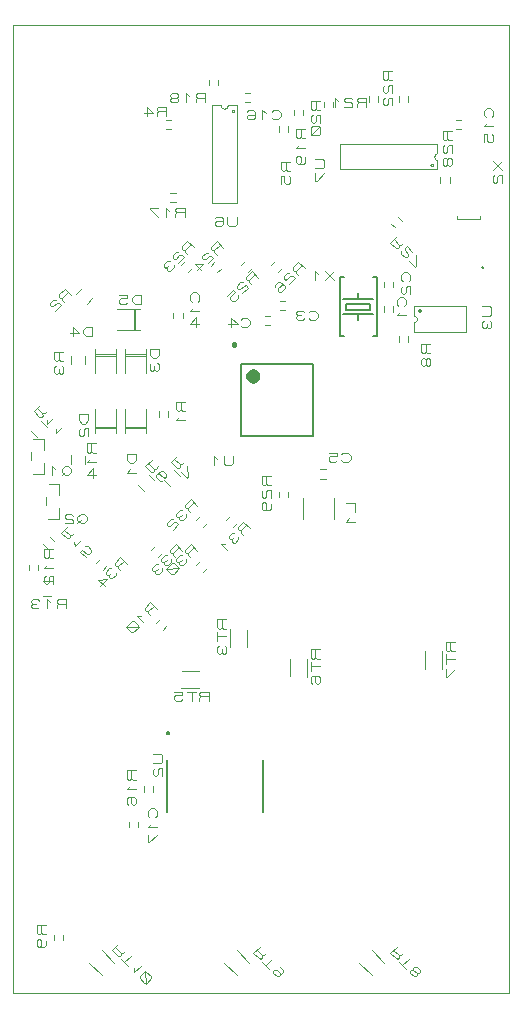
<source format=gbr>
G04 PROTEUS GERBER X2 FILE*
%TF.GenerationSoftware,Labcenter,Proteus,8.16-SP3-Build36097*%
%TF.CreationDate,2024-05-04T02:13:19+00:00*%
%TF.FileFunction,Legend,Bot*%
%TF.FilePolarity,Positive*%
%TF.Part,Single*%
%TF.SameCoordinates,{03efdd39-6268-421f-b844-547f2104f690}*%
%FSLAX45Y45*%
%MOMM*%
G01*
%TA.AperFunction,Material*%
%ADD56C,0.200000*%
%ADD59C,0.600000*%
%ADD57C,0.250000*%
%ADD54C,0.101600*%
%ADD55C,0.127000*%
%TA.AperFunction,Profile*%
%ADD34C,0.101600*%
%TA.AperFunction,Material*%
%ADD53C,0.100000*%
%TD.AperFunction*%
D56*
X+463698Y+875226D02*
X+463698Y+265226D01*
X-146302Y+265226D01*
X-146302Y+875226D01*
X+463698Y+875226D01*
D59*
X-16302Y+775226D02*
X-16405Y+777715D01*
X-17247Y+782695D01*
X-19007Y+787675D01*
X-21884Y+792655D01*
X-26285Y+797571D01*
X-31265Y+801185D01*
X-36245Y+803490D01*
X-41225Y+804793D01*
X-46205Y+805226D01*
X-46302Y+805226D01*
X-76302Y+775226D02*
X-76199Y+777715D01*
X-75357Y+782695D01*
X-73597Y+787675D01*
X-70720Y+792655D01*
X-66319Y+797571D01*
X-61339Y+801185D01*
X-56359Y+803490D01*
X-51379Y+804793D01*
X-46399Y+805226D01*
X-46302Y+805226D01*
X-76302Y+775226D02*
X-76199Y+772737D01*
X-75357Y+767757D01*
X-73597Y+762777D01*
X-70720Y+757797D01*
X-66319Y+752881D01*
X-61339Y+749267D01*
X-56359Y+746962D01*
X-51379Y+745659D01*
X-46399Y+745226D01*
X-46302Y+745226D01*
X-16302Y+775226D02*
X-16405Y+772737D01*
X-17247Y+767757D01*
X-19007Y+762777D01*
X-21884Y+757797D01*
X-26285Y+752881D01*
X-31265Y+749267D01*
X-36245Y+746962D01*
X-41225Y+745659D01*
X-46205Y+745226D01*
X-46302Y+745226D01*
D57*
X-193802Y+1040226D02*
X-193845Y+1041265D01*
X-194197Y+1043344D01*
X-194934Y+1045423D01*
X-196138Y+1047502D01*
X-197979Y+1049552D01*
X-200058Y+1051055D01*
X-202137Y+1052012D01*
X-204216Y+1052551D01*
X-206295Y+1052726D01*
X-206302Y+1052726D01*
X-218802Y+1040226D02*
X-218759Y+1041265D01*
X-218407Y+1043344D01*
X-217670Y+1045423D01*
X-216466Y+1047502D01*
X-214625Y+1049552D01*
X-212546Y+1051055D01*
X-210467Y+1052012D01*
X-208388Y+1052551D01*
X-206309Y+1052726D01*
X-206302Y+1052726D01*
X-218802Y+1040226D02*
X-218759Y+1039187D01*
X-218407Y+1037108D01*
X-217670Y+1035029D01*
X-216466Y+1032950D01*
X-214625Y+1030900D01*
X-212546Y+1029397D01*
X-210467Y+1028440D01*
X-208388Y+1027901D01*
X-206309Y+1027726D01*
X-206302Y+1027726D01*
X-193802Y+1040226D02*
X-193845Y+1039187D01*
X-194197Y+1037108D01*
X-194934Y+1035029D01*
X-196138Y+1032950D01*
X-197979Y+1030900D01*
X-200058Y+1029397D01*
X-202137Y+1028440D01*
X-204216Y+1027901D01*
X-206295Y+1027726D01*
X-206302Y+1027726D01*
D54*
X-214682Y+100326D02*
X-214682Y+36826D01*
X-228017Y+24126D01*
X-281357Y+24126D01*
X-294692Y+36826D01*
X-294692Y+100326D01*
X-348032Y+74926D02*
X-374702Y+100326D01*
X-374702Y+24126D01*
X+100918Y+1285866D02*
X+55198Y+1285866D01*
X+100918Y+1204586D02*
X+55198Y+1204586D01*
X-149272Y+1202046D02*
X-135937Y+1189346D01*
X-95932Y+1189346D01*
X-69262Y+1214746D01*
X-69262Y+1240146D01*
X-95932Y+1265546D01*
X-135937Y+1265546D01*
X-149272Y+1252846D01*
X-255952Y+1214746D02*
X-175942Y+1214746D01*
X-229282Y+1265546D01*
X-229282Y+1189346D01*
X+525780Y-96676D02*
X+571500Y-96676D01*
X+525780Y-15396D02*
X+571500Y-15396D01*
X+702310Y+63344D02*
X+715645Y+50644D01*
X+755650Y+50644D01*
X+782320Y+76044D01*
X+782320Y+101444D01*
X+755650Y+126844D01*
X+715645Y+126844D01*
X+702310Y+114144D01*
X+595630Y+126844D02*
X+662305Y+126844D01*
X+662305Y+101444D01*
X+608965Y+101444D01*
X+595630Y+88744D01*
X+595630Y+63344D01*
X+608965Y+50644D01*
X+648970Y+50644D01*
X+662305Y+63344D01*
X+637540Y-434340D02*
X+637540Y-256540D01*
X+378460Y-434340D02*
X+378460Y-256540D01*
X+739140Y-297510D02*
X+815340Y-297510D01*
X+815340Y-377520D01*
X+764540Y-430860D02*
X+739140Y-457530D01*
X+815340Y-457530D01*
X+182198Y+1331586D02*
X+227918Y+1331586D01*
X+182198Y+1412866D02*
X+227918Y+1412866D01*
X+427996Y+1266083D02*
X+441331Y+1253383D01*
X+481336Y+1253383D01*
X+508006Y+1278783D01*
X+508006Y+1304183D01*
X+481336Y+1329583D01*
X+441331Y+1329583D01*
X+427996Y+1316883D01*
X+387991Y+1316883D02*
X+374656Y+1329583D01*
X+334651Y+1329583D01*
X+321316Y+1316883D01*
X+321316Y+1304183D01*
X+334651Y+1291483D01*
X+321316Y+1278783D01*
X+321316Y+1266083D01*
X+334651Y+1253383D01*
X+374656Y+1253383D01*
X+387991Y+1266083D01*
X+361321Y+1291483D02*
X+334651Y+1291483D01*
X+1143338Y+1318105D02*
X+1143338Y+1363825D01*
X+1062058Y+1318105D02*
X+1062058Y+1363825D01*
X+1237318Y+1367635D02*
X+1250018Y+1380970D01*
X+1250018Y+1420975D01*
X+1224618Y+1447645D01*
X+1199218Y+1447645D01*
X+1173818Y+1420975D01*
X+1173818Y+1380970D01*
X+1186518Y+1367635D01*
X+1199218Y+1314295D02*
X+1173818Y+1287625D01*
X+1250018Y+1287625D01*
X+1062058Y+1572105D02*
X+1062058Y+1526385D01*
X+1143338Y+1572105D02*
X+1143338Y+1526385D01*
X+1272878Y+1575915D02*
X+1285578Y+1589250D01*
X+1285578Y+1629255D01*
X+1260178Y+1655925D01*
X+1234778Y+1655925D01*
X+1209378Y+1629255D01*
X+1209378Y+1589250D01*
X+1222078Y+1575915D01*
X+1222078Y+1535910D02*
X+1209378Y+1522575D01*
X+1209378Y+1482570D01*
X+1222078Y+1469235D01*
X+1234778Y+1469235D01*
X+1247478Y+1482570D01*
X+1247478Y+1522575D01*
X+1260178Y+1535910D01*
X+1285578Y+1535910D01*
X+1285578Y+1469235D01*
D55*
X+687698Y+1612326D02*
X+727698Y+1612326D01*
X+967698Y+1612326D02*
X+1007698Y+1612326D01*
X+1007698Y+1112326D01*
X+967698Y+1112326D01*
X+727698Y+1112326D02*
X+687698Y+1112326D01*
X+687698Y+1612326D01*
X+746098Y+1387726D02*
X+949298Y+1387726D01*
X+949298Y+1336926D01*
X+746098Y+1336926D01*
X+746098Y+1387726D01*
X+720698Y+1425826D02*
X+847698Y+1425826D01*
X+974698Y+1425826D01*
X+720698Y+1298826D02*
X+847698Y+1298826D01*
X+974698Y+1298826D01*
X+847698Y+1425826D02*
X+847698Y+1476626D01*
X+847698Y+1298826D02*
X+847698Y+1248026D01*
D54*
X+640878Y+1662426D02*
X+560868Y+1586226D01*
X+640878Y+1586226D02*
X+560868Y+1662426D01*
X+507528Y+1637026D02*
X+480858Y+1662426D01*
X+480858Y+1586226D01*
X+1314505Y+1365378D02*
X+1314505Y+1284416D01*
X+1325126Y+1282334D01*
X+1333692Y+1276614D01*
X+1339411Y+1268049D01*
X+1341493Y+1257428D01*
X+1314505Y+1230440D02*
X+1325126Y+1232522D01*
X+1333692Y+1238242D01*
X+1339411Y+1246807D01*
X+1341493Y+1257428D01*
X+1314505Y+1230440D02*
X+1314505Y+1149478D01*
X+1761545Y+1289178D02*
X+1761545Y+1225678D01*
X+1347525Y+1365378D02*
X+1728525Y+1365378D01*
X+1347525Y+1149478D02*
X+1728525Y+1149478D01*
X+1347525Y+1365378D02*
X+1314505Y+1365378D01*
X+1314505Y+1149478D02*
X+1347525Y+1149478D01*
X+1761545Y+1225678D02*
X+1761545Y+1149478D01*
X+1728525Y+1149478D01*
X+1728525Y+1365378D02*
X+1761545Y+1365378D01*
X+1761545Y+1289178D01*
X+1373941Y+1329818D02*
X+1373906Y+1330663D01*
X+1373619Y+1332354D01*
X+1373020Y+1334045D01*
X+1372040Y+1335736D01*
X+1370540Y+1337404D01*
X+1368849Y+1338624D01*
X+1367158Y+1339400D01*
X+1365467Y+1339837D01*
X+1363781Y+1339978D01*
X+1353621Y+1329818D02*
X+1353656Y+1330663D01*
X+1353943Y+1332354D01*
X+1354542Y+1334045D01*
X+1355522Y+1335736D01*
X+1357022Y+1337404D01*
X+1358713Y+1338624D01*
X+1360404Y+1339400D01*
X+1362095Y+1339837D01*
X+1363781Y+1339978D01*
X+1353621Y+1329818D02*
X+1353656Y+1328973D01*
X+1353943Y+1327282D01*
X+1354542Y+1325591D01*
X+1355522Y+1323900D01*
X+1357022Y+1322232D01*
X+1358713Y+1321012D01*
X+1360404Y+1320236D01*
X+1362095Y+1319799D01*
X+1363781Y+1319658D01*
X+1373941Y+1329818D02*
X+1373906Y+1328973D01*
X+1373619Y+1327282D01*
X+1373020Y+1325591D01*
X+1372040Y+1323900D01*
X+1370540Y+1322232D01*
X+1368849Y+1321012D01*
X+1367158Y+1320236D01*
X+1365467Y+1319799D01*
X+1363781Y+1319658D01*
X+1893625Y+1364108D02*
X+1957125Y+1364108D01*
X+1969825Y+1350773D01*
X+1969825Y+1297433D01*
X+1957125Y+1284098D01*
X+1893625Y+1284098D01*
X+1906325Y+1244093D02*
X+1893625Y+1230758D01*
X+1893625Y+1190753D01*
X+1906325Y+1177418D01*
X+1919025Y+1177418D01*
X+1931725Y+1190753D01*
X+1944425Y+1177418D01*
X+1957125Y+1177418D01*
X+1969825Y+1190753D01*
X+1969825Y+1230758D01*
X+1957125Y+1244093D01*
X+1931725Y+1217423D02*
X+1931725Y+1190753D01*
D56*
X-756426Y-2249650D02*
X-756461Y-2248819D01*
X-756742Y-2247155D01*
X-757332Y-2245491D01*
X-758296Y-2243827D01*
X-759771Y-2242186D01*
X-761435Y-2240985D01*
X-763099Y-2240220D01*
X-764763Y-2239789D01*
X-766426Y-2239650D01*
X-776426Y-2249650D02*
X-776391Y-2248819D01*
X-776110Y-2247155D01*
X-775520Y-2245491D01*
X-774556Y-2243827D01*
X-773081Y-2242186D01*
X-771417Y-2240985D01*
X-769753Y-2240220D01*
X-768089Y-2239789D01*
X-766426Y-2239650D01*
X-776426Y-2249650D02*
X-776391Y-2250481D01*
X-776110Y-2252145D01*
X-775520Y-2253809D01*
X-774556Y-2255473D01*
X-773081Y-2257114D01*
X-771417Y-2258315D01*
X-769753Y-2259080D01*
X-768089Y-2259511D01*
X-766426Y-2259650D01*
X-756426Y-2249650D02*
X-756461Y-2250481D01*
X-756742Y-2252145D01*
X-757332Y-2253809D01*
X-758296Y-2255473D01*
X-759771Y-2257114D01*
X-761435Y-2258315D01*
X-763099Y-2259080D01*
X-764763Y-2259511D01*
X-766426Y-2259650D01*
D55*
X-777426Y-2473650D02*
X-777426Y-2913650D01*
X+42574Y-2473650D02*
X+42574Y-2913650D01*
D54*
X-888026Y-2424220D02*
X-824526Y-2424220D01*
X-811826Y-2437555D01*
X-811826Y-2490895D01*
X-824526Y-2504230D01*
X-888026Y-2504230D01*
X-875326Y-2544235D02*
X-888026Y-2557570D01*
X-888026Y-2597575D01*
X-875326Y-2610910D01*
X-862626Y-2610910D01*
X-849926Y-2597575D01*
X-849926Y-2557570D01*
X-837226Y-2544235D01*
X-811826Y-2544235D01*
X-811826Y-2610910D01*
X-842942Y+474825D02*
X-842942Y+429105D01*
X-761662Y+474825D02*
X-761662Y+429105D01*
X-619422Y+558645D02*
X-695622Y+558645D01*
X-695622Y+491970D01*
X-682922Y+478635D01*
X-670222Y+478635D01*
X-657522Y+491970D01*
X-657522Y+558645D01*
X-657522Y+491970D02*
X-644822Y+478635D01*
X-619422Y+478635D01*
X-670222Y+425295D02*
X-695622Y+398625D01*
X-619422Y+398625D01*
X-1454473Y+1383908D02*
X-1405980Y+1432402D01*
X-1540684Y+1470119D02*
X-1490394Y+1520408D01*
X-1586863Y+1459862D02*
X-1640744Y+1513743D01*
X-1687890Y+1466597D01*
X-1688339Y+1448187D01*
X-1679359Y+1439207D01*
X-1660950Y+1439656D01*
X-1613803Y+1486802D01*
X-1660950Y+1439656D02*
X-1661399Y+1421246D01*
X-1643438Y+1403286D01*
X-1716627Y+1419900D02*
X-1735037Y+1419451D01*
X-1763324Y+1391163D01*
X-1763773Y+1372753D01*
X-1754793Y+1363773D01*
X-1736384Y+1364222D01*
X-1708096Y+1392510D01*
X-1689686Y+1392959D01*
X-1671726Y+1374998D01*
X-1718872Y+1327852D01*
X-1128302Y+492226D02*
X-1128302Y+292226D01*
X-948302Y+492226D02*
X-948302Y+292226D01*
X-1124662Y+343786D02*
X-949402Y+343786D01*
X-1127202Y+333626D02*
X-951942Y+333626D01*
X-1031782Y+117906D02*
X-1107982Y+117906D01*
X-1107982Y+64566D01*
X-1082582Y+37896D01*
X-1057182Y+37896D01*
X-1031782Y+64566D01*
X-1031782Y+117906D01*
X-1082582Y-15444D02*
X-1107982Y-42114D01*
X-1031782Y-42114D01*
X-1382302Y+492226D02*
X-1382302Y+292226D01*
X-1202302Y+492226D02*
X-1202302Y+292226D01*
X-1378662Y+343786D02*
X-1203402Y+343786D01*
X-1381202Y+333626D02*
X-1205942Y+333626D01*
X-1438893Y+451891D02*
X-1515093Y+451891D01*
X-1515093Y+398551D01*
X-1489693Y+371881D01*
X-1464293Y+371881D01*
X-1438893Y+398551D01*
X-1438893Y+451891D01*
X-1502393Y+331876D02*
X-1515093Y+318541D01*
X-1515093Y+278536D01*
X-1502393Y+265201D01*
X-1489693Y+265201D01*
X-1476993Y+278536D01*
X-1476993Y+318541D01*
X-1464293Y+331876D01*
X-1438893Y+331876D01*
X-1438893Y+265201D01*
X-948302Y+800226D02*
X-948302Y+1000226D01*
X-1128302Y+800226D02*
X-1128302Y+1000226D01*
X-951942Y+948666D02*
X-1127202Y+948666D01*
X-949402Y+958826D02*
X-1124662Y+958826D01*
X-841622Y+1006906D02*
X-917822Y+1006906D01*
X-917822Y+953566D01*
X-892422Y+926896D01*
X-867022Y+926896D01*
X-841622Y+953566D01*
X-841622Y+1006906D01*
X-905122Y+886891D02*
X-917822Y+873556D01*
X-917822Y+833551D01*
X-905122Y+820216D01*
X-892422Y+820216D01*
X-879722Y+833551D01*
X-867022Y+820216D01*
X-854322Y+820216D01*
X-841622Y+833551D01*
X-841622Y+873556D01*
X-854322Y+886891D01*
X-879722Y+860221D02*
X-879722Y+833551D01*
X-1202302Y+800226D02*
X-1202302Y+1000226D01*
X-1382302Y+800226D02*
X-1382302Y+1000226D01*
X-1205942Y+948666D02*
X-1381202Y+948666D01*
X-1203402Y+958826D02*
X-1378662Y+958826D01*
X-1408042Y+1116126D02*
X-1408042Y+1192326D01*
X-1461382Y+1192326D01*
X-1488052Y+1166926D01*
X-1488052Y+1141526D01*
X-1461382Y+1116126D01*
X-1408042Y+1116126D01*
X-1594732Y+1141526D02*
X-1514722Y+1141526D01*
X-1568062Y+1192326D01*
X-1568062Y+1116126D01*
X-722889Y+1311158D02*
X-722889Y+1265438D01*
X-641609Y+1311158D02*
X-641609Y+1265438D01*
X-512069Y+1403868D02*
X-499369Y+1417203D01*
X-499369Y+1457208D01*
X-524769Y+1483878D01*
X-550169Y+1483878D01*
X-575569Y+1457208D01*
X-575569Y+1417203D01*
X-562869Y+1403868D01*
X-550169Y+1350528D02*
X-575569Y+1323858D01*
X-499369Y+1323858D01*
X-524769Y+1190508D02*
X-524769Y+1270518D01*
X-575569Y+1217178D01*
X-499369Y+1217178D01*
X+1213534Y+2090243D02*
X+1181205Y+2122572D01*
X+1156060Y+2032769D02*
X+1123731Y+2065098D01*
X+1171183Y+1959136D02*
X+1117302Y+1905255D01*
X+1164448Y+1858109D01*
X+1182858Y+1857660D01*
X+1191838Y+1866640D01*
X+1191389Y+1885049D01*
X+1144243Y+1932196D01*
X+1191389Y+1885049D02*
X+1209799Y+1884600D01*
X+1227759Y+1902561D01*
X+1211145Y+1829372D02*
X+1211594Y+1810962D01*
X+1239882Y+1782675D01*
X+1258292Y+1782226D01*
X+1267272Y+1791206D01*
X+1266823Y+1809615D01*
X+1238535Y+1837903D01*
X+1238086Y+1856313D01*
X+1256047Y+1874273D01*
X+1303193Y+1827127D01*
X+1277599Y+1744958D02*
X+1324746Y+1697811D01*
X+1333726Y+1706792D01*
X+1331481Y+1798839D01*
X+173058Y+2887825D02*
X+173058Y+2842105D01*
X+254338Y+2887825D02*
X+254338Y+2842105D01*
X+269578Y+2590645D02*
X+193378Y+2590645D01*
X+193378Y+2523970D01*
X+206078Y+2510635D01*
X+218778Y+2510635D01*
X+231478Y+2523970D01*
X+231478Y+2590645D01*
X+231478Y+2523970D02*
X+244178Y+2510635D01*
X+269578Y+2510635D01*
X+193378Y+2403955D02*
X+193378Y+2470630D01*
X+218778Y+2470630D01*
X+218778Y+2417290D01*
X+231478Y+2403955D01*
X+256878Y+2403955D01*
X+269578Y+2417290D01*
X+269578Y+2457295D01*
X+256878Y+2470630D01*
X+1541783Y+2459038D02*
X+1541783Y+2413318D01*
X+1623063Y+2459038D02*
X+1623063Y+2413318D01*
X+1638303Y+2850198D02*
X+1562103Y+2850198D01*
X+1562103Y+2783523D01*
X+1574803Y+2770188D01*
X+1587503Y+2770188D01*
X+1600203Y+2783523D01*
X+1600203Y+2850198D01*
X+1600203Y+2783523D02*
X+1612903Y+2770188D01*
X+1638303Y+2770188D01*
X+1574803Y+2730183D02*
X+1562103Y+2716848D01*
X+1562103Y+2676843D01*
X+1574803Y+2663508D01*
X+1587503Y+2663508D01*
X+1600203Y+2676843D01*
X+1600203Y+2716848D01*
X+1612903Y+2730183D01*
X+1638303Y+2730183D01*
X+1638303Y+2663508D01*
X+1600203Y+2610168D02*
X+1587503Y+2623503D01*
X+1574803Y+2623503D01*
X+1562103Y+2610168D01*
X+1562103Y+2570163D01*
X+1574803Y+2556828D01*
X+1587503Y+2556828D01*
X+1600203Y+2570163D01*
X+1600203Y+2610168D01*
X+1612903Y+2623503D01*
X+1625603Y+2623503D01*
X+1638303Y+2610168D01*
X+1638303Y+2570163D01*
X+1625603Y+2556828D01*
X+1612903Y+2556828D01*
X+1600203Y+2570163D01*
X-621940Y+1746441D02*
X-654269Y+1714112D01*
X-564466Y+1688967D02*
X-596795Y+1656638D01*
X-546506Y+1864980D02*
X-600387Y+1918861D01*
X-647533Y+1871715D01*
X-647982Y+1853305D01*
X-639002Y+1844325D01*
X-620593Y+1844774D01*
X-573446Y+1891920D01*
X-620593Y+1844774D02*
X-621042Y+1826364D01*
X-603081Y+1808404D01*
X-676270Y+1825018D02*
X-694680Y+1824569D01*
X-722967Y+1796281D01*
X-723416Y+1777871D01*
X-714436Y+1768891D01*
X-696027Y+1769340D01*
X-667739Y+1797628D01*
X-649329Y+1798077D01*
X-631369Y+1780116D01*
X-678515Y+1732970D01*
X-751704Y+1749584D02*
X-770114Y+1749135D01*
X-798401Y+1720847D01*
X-798850Y+1702437D01*
X-789870Y+1693457D01*
X-771461Y+1693906D01*
X-771910Y+1675496D01*
X-762929Y+1666516D01*
X-744520Y+1666965D01*
X-716232Y+1695253D01*
X-715783Y+1713662D01*
X-752602Y+1712764D02*
X-771461Y+1693906D01*
X-372808Y+1741573D02*
X-405137Y+1709244D01*
X-315334Y+1684099D02*
X-347663Y+1651770D01*
X-297374Y+1860112D02*
X-351255Y+1913993D01*
X-398401Y+1866847D01*
X-398850Y+1848437D01*
X-389870Y+1839457D01*
X-371461Y+1839906D01*
X-324314Y+1887052D01*
X-371461Y+1839906D02*
X-371910Y+1821496D01*
X-353949Y+1803536D01*
X-427138Y+1820150D02*
X-445548Y+1819701D01*
X-473835Y+1791413D01*
X-474284Y+1773003D01*
X-465304Y+1764023D01*
X-446895Y+1764472D01*
X-418607Y+1792760D01*
X-400197Y+1793209D01*
X-382237Y+1775248D01*
X-429383Y+1728102D01*
X-522778Y+1670628D02*
X-466202Y+1727204D01*
X-539840Y+1725408D01*
X-485959Y+1671526D01*
X-113940Y+1746441D02*
X-146269Y+1714112D01*
X-56466Y+1688967D02*
X-88795Y+1656638D01*
X-3072Y+1608494D02*
X-56953Y+1662375D01*
X-104099Y+1615229D01*
X-104548Y+1596819D01*
X-95568Y+1587839D01*
X-77159Y+1588288D01*
X-30012Y+1635434D01*
X-77159Y+1588288D02*
X-77608Y+1569878D01*
X-59647Y+1551918D01*
X-132836Y+1568532D02*
X-151246Y+1568083D01*
X-179533Y+1539795D01*
X-179982Y+1521385D01*
X-171002Y+1512405D01*
X-152593Y+1512854D01*
X-124305Y+1541142D01*
X-105895Y+1541591D01*
X-87935Y+1523630D01*
X-135081Y+1476484D01*
X-264397Y+1454931D02*
X-217250Y+1502078D01*
X-199290Y+1484117D01*
X-237007Y+1446400D01*
X-237456Y+1427991D01*
X-219495Y+1410030D01*
X-201086Y+1410479D01*
X-172798Y+1438767D01*
X-172349Y+1457176D01*
X+140060Y+1746441D02*
X+107731Y+1714112D01*
X+197534Y+1688967D02*
X+165205Y+1656638D01*
X+392271Y+1688204D02*
X+338390Y+1742085D01*
X+291244Y+1694939D01*
X+290795Y+1676529D01*
X+299775Y+1667549D01*
X+318184Y+1667998D01*
X+365331Y+1715144D01*
X+318184Y+1667998D02*
X+317735Y+1649588D01*
X+335696Y+1631628D01*
X+262507Y+1648242D02*
X+244097Y+1647793D01*
X+215810Y+1619505D01*
X+215361Y+1601095D01*
X+224341Y+1592115D01*
X+242750Y+1592564D01*
X+271038Y+1620852D01*
X+289448Y+1621301D01*
X+307408Y+1603340D01*
X+260262Y+1556194D01*
X+139927Y+1525661D02*
X+140376Y+1544071D01*
X+168663Y+1572359D01*
X+187073Y+1572808D01*
X+222994Y+1536886D01*
X+222545Y+1518477D01*
X+194257Y+1490189D01*
X+175848Y+1489740D01*
X+166867Y+1498720D01*
X+167316Y+1517130D01*
X+205033Y+1554847D01*
X-180002Y+3065625D02*
X-260964Y+3065625D01*
X-263046Y+3055004D01*
X-268766Y+3046438D01*
X-277331Y+3040719D01*
X-287952Y+3038637D01*
X-314940Y+3065625D02*
X-312858Y+3055004D01*
X-307138Y+3046438D01*
X-298573Y+3040719D01*
X-287952Y+3038637D01*
X-314940Y+3065625D02*
X-395902Y+3065625D01*
X-256202Y+2237585D02*
X-319702Y+2237585D01*
X-180002Y+3032605D02*
X-180002Y+2270605D01*
X-395902Y+3032605D02*
X-395902Y+2270605D01*
X-180002Y+3032605D02*
X-180002Y+3065625D01*
X-395902Y+3065625D02*
X-395902Y+3032605D01*
X-319702Y+2237585D02*
X-395902Y+2237585D01*
X-395902Y+2270605D01*
X-180002Y+2270605D02*
X-180002Y+2237585D01*
X-256202Y+2237585D01*
X-205402Y+3016349D02*
X-205437Y+3017194D01*
X-205724Y+3018885D01*
X-206323Y+3020576D01*
X-207303Y+3022267D01*
X-208803Y+3023935D01*
X-210494Y+3025155D01*
X-212185Y+3025931D01*
X-213876Y+3026368D01*
X-215562Y+3026509D01*
X-225722Y+3016349D02*
X-225687Y+3017194D01*
X-225400Y+3018885D01*
X-224801Y+3020576D01*
X-223821Y+3022267D01*
X-222321Y+3023935D01*
X-220630Y+3025155D01*
X-218939Y+3025931D01*
X-217248Y+3026368D01*
X-215562Y+3026509D01*
X-225722Y+3016349D02*
X-225687Y+3015504D01*
X-225400Y+3013813D01*
X-224801Y+3012122D01*
X-223821Y+3010431D01*
X-222321Y+3008763D01*
X-220630Y+3007543D01*
X-218939Y+3006767D01*
X-217248Y+3006330D01*
X-215562Y+3006189D01*
X-205402Y+3016349D02*
X-205437Y+3015504D01*
X-205724Y+3013813D01*
X-206323Y+3012122D01*
X-207303Y+3010431D01*
X-208803Y+3008763D01*
X-210494Y+3007543D01*
X-212185Y+3006767D01*
X-213876Y+3006330D01*
X-215562Y+3006189D01*
X-181272Y+2125505D02*
X-181272Y+2062005D01*
X-194607Y+2049305D01*
X-247947Y+2049305D01*
X-261282Y+2062005D01*
X-261282Y+2125505D01*
X-367962Y+2112805D02*
X-354627Y+2125505D01*
X-314622Y+2125505D01*
X-301287Y+2112805D01*
X-301287Y+2062005D01*
X-314622Y+2049305D01*
X-354627Y+2049305D01*
X-367962Y+2062005D01*
X-367962Y+2074705D01*
X-354627Y+2087405D01*
X-301287Y+2087405D01*
X+1516718Y+2524605D02*
X+1516718Y+2605567D01*
X+1506097Y+2607649D01*
X+1497531Y+2613368D01*
X+1491812Y+2621934D01*
X+1489730Y+2632555D01*
X+1516718Y+2659543D02*
X+1506097Y+2657461D01*
X+1497531Y+2651742D01*
X+1491812Y+2643176D01*
X+1489730Y+2632555D01*
X+1516718Y+2659543D02*
X+1516718Y+2740505D01*
X+688678Y+2600805D02*
X+688678Y+2664305D01*
X+1483698Y+2524605D02*
X+721698Y+2524605D01*
X+1483698Y+2740505D02*
X+721698Y+2740505D01*
X+1483698Y+2524605D02*
X+1516718Y+2524605D01*
X+1516718Y+2740505D02*
X+1483698Y+2740505D01*
X+688678Y+2664305D02*
X+688678Y+2740505D01*
X+721698Y+2740505D01*
X+721698Y+2524605D02*
X+688678Y+2524605D01*
X+688678Y+2600805D01*
X+1477602Y+2560165D02*
X+1477567Y+2561010D01*
X+1477280Y+2562701D01*
X+1476681Y+2564392D01*
X+1475701Y+2566083D01*
X+1474201Y+2567751D01*
X+1472510Y+2568971D01*
X+1470819Y+2569747D01*
X+1469128Y+2570184D01*
X+1467442Y+2570325D01*
X+1457282Y+2560165D02*
X+1457317Y+2561010D01*
X+1457604Y+2562701D01*
X+1458203Y+2564392D01*
X+1459183Y+2566083D01*
X+1460683Y+2567751D01*
X+1462374Y+2568971D01*
X+1464065Y+2569747D01*
X+1465756Y+2570184D01*
X+1467442Y+2570325D01*
X+1457282Y+2560165D02*
X+1457317Y+2559320D01*
X+1457604Y+2557629D01*
X+1458203Y+2555938D01*
X+1459183Y+2554247D01*
X+1460683Y+2552579D01*
X+1462374Y+2551359D01*
X+1464065Y+2550583D01*
X+1465756Y+2550146D01*
X+1467442Y+2550005D01*
X+1477602Y+2560165D02*
X+1477567Y+2559320D01*
X+1477280Y+2557629D01*
X+1476681Y+2555938D01*
X+1475701Y+2554247D01*
X+1474201Y+2552579D01*
X+1472510Y+2551359D01*
X+1470819Y+2550583D01*
X+1469128Y+2550146D01*
X+1467442Y+2550005D01*
X+480398Y+2612235D02*
X+543898Y+2612235D01*
X+556598Y+2598900D01*
X+556598Y+2545560D01*
X+543898Y+2532225D01*
X+480398Y+2532225D01*
X+480398Y+2492220D02*
X+480398Y+2425545D01*
X+493098Y+2425545D01*
X+556598Y+2492220D01*
X+935058Y+3141825D02*
X+935058Y+3096105D01*
X+1016338Y+3141825D02*
X+1016338Y+3096105D01*
X+914874Y+3055797D02*
X+914874Y+3131997D01*
X+848199Y+3131997D01*
X+834864Y+3119297D01*
X+834864Y+3106597D01*
X+848199Y+3093897D01*
X+914874Y+3093897D01*
X+848199Y+3093897D02*
X+834864Y+3081197D01*
X+834864Y+3055797D01*
X+794859Y+3119297D02*
X+781524Y+3131997D01*
X+741519Y+3131997D01*
X+728184Y+3119297D01*
X+728184Y+3106597D01*
X+741519Y+3093897D01*
X+781524Y+3093897D01*
X+794859Y+3081197D01*
X+794859Y+3055797D01*
X+728184Y+3055797D01*
X+674844Y+3106597D02*
X+648174Y+3131997D01*
X+648174Y+3055797D01*
X+1189058Y+3141825D02*
X+1189058Y+3096105D01*
X+1270338Y+3141825D02*
X+1270338Y+3096105D01*
X+1132839Y+3359239D02*
X+1056639Y+3359239D01*
X+1056639Y+3292564D01*
X+1069339Y+3279229D01*
X+1082039Y+3279229D01*
X+1094739Y+3292564D01*
X+1094739Y+3359239D01*
X+1094739Y+3292564D02*
X+1107439Y+3279229D01*
X+1132839Y+3279229D01*
X+1069339Y+3239224D02*
X+1056639Y+3225889D01*
X+1056639Y+3185884D01*
X+1069339Y+3172549D01*
X+1082039Y+3172549D01*
X+1094739Y+3185884D01*
X+1094739Y+3225889D01*
X+1107439Y+3239224D01*
X+1132839Y+3239224D01*
X+1132839Y+3172549D01*
X+1069339Y+3132544D02*
X+1056639Y+3119209D01*
X+1056639Y+3079204D01*
X+1069339Y+3065869D01*
X+1082039Y+3065869D01*
X+1094739Y+3079204D01*
X+1094739Y+3119209D01*
X+1107439Y+3132544D01*
X+1132839Y+3132544D01*
X+1132839Y+3065869D01*
X+1719918Y+2946245D02*
X+1674198Y+2946245D01*
X+1719918Y+2864965D02*
X+1674198Y+2864965D01*
X+1976458Y+2967835D02*
X+1989158Y+2981170D01*
X+1989158Y+3021175D01*
X+1963758Y+3047845D01*
X+1938358Y+3047845D01*
X+1912958Y+3021175D01*
X+1912958Y+2981170D01*
X+1925658Y+2967835D01*
X+1938358Y+2914495D02*
X+1912958Y+2887825D01*
X+1989158Y+2887825D01*
X+1912958Y+2754475D02*
X+1912958Y+2821150D01*
X+1938358Y+2821150D01*
X+1938358Y+2767810D01*
X+1951058Y+2754475D01*
X+1976458Y+2754475D01*
X+1989158Y+2767810D01*
X+1989158Y+2807815D01*
X+1976458Y+2821150D01*
X-70082Y+3172245D02*
X-115802Y+3172245D01*
X-70082Y+3090965D02*
X-115802Y+3090965D01*
X+114068Y+2961425D02*
X+127403Y+2948725D01*
X+167408Y+2948725D01*
X+194078Y+2974125D01*
X+194078Y+2999525D01*
X+167408Y+3024925D01*
X+127403Y+3024925D01*
X+114068Y+3012225D01*
X+60728Y+2999525D02*
X+34058Y+3024925D01*
X+34058Y+2948725D01*
X-99292Y+3012225D02*
X-85957Y+3024925D01*
X-45952Y+3024925D01*
X-32617Y+3012225D01*
X-32617Y+2961425D01*
X-45952Y+2948725D01*
X-85957Y+2948725D01*
X-99292Y+2961425D01*
X-99292Y+2974125D01*
X-85957Y+2986825D01*
X-32617Y+2986825D01*
X-744220Y+2245360D02*
X-698500Y+2245360D01*
X-744220Y+2326640D02*
X-698500Y+2326640D01*
X-622429Y+2123309D02*
X-622429Y+2199509D01*
X-689104Y+2199509D01*
X-702439Y+2186809D01*
X-702439Y+2174109D01*
X-689104Y+2161409D01*
X-622429Y+2161409D01*
X-689104Y+2161409D02*
X-702439Y+2148709D01*
X-702439Y+2123309D01*
X-755779Y+2174109D02*
X-782449Y+2199509D01*
X-782449Y+2123309D01*
X-849124Y+2199509D02*
X-915799Y+2199509D01*
X-915799Y+2186809D01*
X-849124Y+2123309D01*
X-421640Y+3284220D02*
X-421640Y+3238500D01*
X-340360Y+3284220D02*
X-340360Y+3238500D01*
X-452090Y+3091150D02*
X-452090Y+3167350D01*
X-518765Y+3167350D01*
X-532100Y+3154650D01*
X-532100Y+3141950D01*
X-518765Y+3129250D01*
X-452090Y+3129250D01*
X-518765Y+3129250D02*
X-532100Y+3116550D01*
X-532100Y+3091150D01*
X-585440Y+3141950D02*
X-612110Y+3167350D01*
X-612110Y+3091150D01*
X-692120Y+3129250D02*
X-678785Y+3141950D01*
X-678785Y+3154650D01*
X-692120Y+3167350D01*
X-732125Y+3167350D01*
X-745460Y+3154650D01*
X-745460Y+3141950D01*
X-732125Y+3129250D01*
X-692120Y+3129250D01*
X-678785Y+3116550D01*
X-678785Y+3103850D01*
X-692120Y+3091150D01*
X-732125Y+3091150D01*
X-745460Y+3103850D01*
X-745460Y+3116550D01*
X-732125Y+3129250D01*
X+300058Y+3030220D02*
X+300058Y+2984500D01*
X+381338Y+3030220D02*
X+381338Y+2984500D01*
X+396578Y+2866299D02*
X+320378Y+2866299D01*
X+320378Y+2799624D01*
X+333078Y+2786289D01*
X+345778Y+2786289D01*
X+358478Y+2799624D01*
X+358478Y+2866299D01*
X+358478Y+2799624D02*
X+371178Y+2786289D01*
X+396578Y+2786289D01*
X+345778Y+2732949D02*
X+320378Y+2706279D01*
X+396578Y+2706279D01*
X+345778Y+2572929D02*
X+358478Y+2586264D01*
X+358478Y+2626269D01*
X+345778Y+2639604D01*
X+333078Y+2639604D01*
X+320378Y+2626269D01*
X+320378Y+2586264D01*
X+333078Y+2572929D01*
X+383878Y+2572929D01*
X+396578Y+2586264D01*
X+396578Y+2626269D01*
X+554058Y+3096105D02*
X+554058Y+3050385D01*
X+635338Y+3096105D02*
X+635338Y+3050385D01*
X+523578Y+3106265D02*
X+447378Y+3106265D01*
X+447378Y+3039590D01*
X+460078Y+3026255D01*
X+472778Y+3026255D01*
X+485478Y+3039590D01*
X+485478Y+3106265D01*
X+485478Y+3039590D02*
X+498178Y+3026255D01*
X+523578Y+3026255D01*
X+460078Y+2986250D02*
X+447378Y+2972915D01*
X+447378Y+2932910D01*
X+460078Y+2919575D01*
X+472778Y+2919575D01*
X+485478Y+2932910D01*
X+485478Y+2972915D01*
X+498178Y+2986250D01*
X+523578Y+2986250D01*
X+523578Y+2919575D01*
X+510878Y+2892905D02*
X+460078Y+2892905D01*
X+447378Y+2879570D01*
X+447378Y+2826230D01*
X+460078Y+2812895D01*
X+510878Y+2812895D01*
X+523578Y+2826230D01*
X+523578Y+2879570D01*
X+510878Y+2892905D01*
X+523578Y+2892905D02*
X+447378Y+2812895D01*
X-1199302Y+1164605D02*
X-999302Y+1164605D01*
X-1199302Y+1344605D02*
X-999302Y+1344605D01*
X-1050862Y+1168245D02*
X-1050862Y+1343505D01*
X-1040702Y+1165705D02*
X-1040702Y+1340965D01*
X-992622Y+1384699D02*
X-992622Y+1460899D01*
X-1045962Y+1460899D01*
X-1072632Y+1435499D01*
X-1072632Y+1410099D01*
X-1045962Y+1384699D01*
X-992622Y+1384699D01*
X-1179312Y+1460899D02*
X-1112637Y+1460899D01*
X-1112637Y+1435499D01*
X-1165977Y+1435499D01*
X-1179312Y+1422799D01*
X-1179312Y+1397399D01*
X-1165977Y+1384699D01*
X-1125972Y+1384699D01*
X-1112637Y+1397399D01*
X-738802Y+2946245D02*
X-784522Y+2946245D01*
X-738802Y+2864965D02*
X-784522Y+2864965D01*
X-781982Y+2976725D02*
X-781982Y+3052925D01*
X-848657Y+3052925D01*
X-861992Y+3040225D01*
X-861992Y+3027525D01*
X-848657Y+3014825D01*
X-781982Y+3014825D01*
X-848657Y+3014825D02*
X-861992Y+3002125D01*
X-861992Y+2976725D01*
X-968672Y+3002125D02*
X-888662Y+3002125D01*
X-942002Y+3052925D01*
X-942002Y+2976725D01*
X-240962Y-1369215D02*
X-240962Y-1521615D01*
X-93642Y-1371755D02*
X-93642Y-1521615D01*
X-271442Y-1282855D02*
X-347642Y-1282855D01*
X-347642Y-1349530D01*
X-334942Y-1362865D01*
X-322242Y-1362865D01*
X-309542Y-1349530D01*
X-309542Y-1282855D01*
X-309542Y-1349530D02*
X-296842Y-1362865D01*
X-271442Y-1362865D01*
X-347642Y-1389535D02*
X-347642Y-1469545D01*
X-347642Y-1429540D02*
X-271442Y-1429540D01*
X-334942Y-1509550D02*
X-347642Y-1522885D01*
X-347642Y-1562890D01*
X-334942Y-1576225D01*
X-322242Y-1576225D01*
X-309542Y-1562890D01*
X-296842Y-1576225D01*
X-284142Y-1576225D01*
X-271442Y-1562890D01*
X-271442Y-1522885D01*
X-284142Y-1509550D01*
X-309542Y-1536220D02*
X-309542Y-1562890D01*
X-652442Y-1867055D02*
X-500042Y-1867055D01*
X-649902Y-1719735D02*
X-500042Y-1719735D01*
X-418762Y-1973735D02*
X-418762Y-1897535D01*
X-485437Y-1897535D01*
X-498772Y-1910235D01*
X-498772Y-1922935D01*
X-485437Y-1935635D01*
X-418762Y-1935635D01*
X-485437Y-1935635D02*
X-498772Y-1948335D01*
X-498772Y-1973735D01*
X-525442Y-1897535D02*
X-605452Y-1897535D01*
X-565447Y-1897535D02*
X-565447Y-1973735D01*
X-712132Y-1897535D02*
X-645457Y-1897535D01*
X-645457Y-1922935D01*
X-698797Y-1922935D01*
X-712132Y-1935635D01*
X-712132Y-1961035D01*
X-698797Y-1973735D01*
X-658792Y-1973735D01*
X-645457Y-1961035D01*
X+414358Y-1770535D02*
X+414358Y-1618135D01*
X+267038Y-1767995D02*
X+267038Y-1618135D01*
X+521038Y-1536855D02*
X+444838Y-1536855D01*
X+444838Y-1603530D01*
X+457538Y-1616865D01*
X+470238Y-1616865D01*
X+482938Y-1603530D01*
X+482938Y-1536855D01*
X+482938Y-1603530D02*
X+495638Y-1616865D01*
X+521038Y-1616865D01*
X+444838Y-1643535D02*
X+444838Y-1723545D01*
X+444838Y-1683540D02*
X+521038Y-1683540D01*
X+457538Y-1830225D02*
X+444838Y-1816890D01*
X+444838Y-1776885D01*
X+457538Y-1763550D01*
X+508338Y-1763550D01*
X+521038Y-1776885D01*
X+521038Y-1816890D01*
X+508338Y-1830225D01*
X+495638Y-1830225D01*
X+482938Y-1816890D01*
X+482938Y-1763550D01*
X+1557358Y-1709575D02*
X+1557358Y-1557175D01*
X+1410038Y-1707035D02*
X+1410038Y-1557175D01*
X+1664038Y-1475895D02*
X+1587838Y-1475895D01*
X+1587838Y-1542570D01*
X+1600538Y-1555905D01*
X+1613238Y-1555905D01*
X+1625938Y-1542570D01*
X+1625938Y-1475895D01*
X+1625938Y-1542570D02*
X+1638638Y-1555905D01*
X+1664038Y-1555905D01*
X+1587838Y-1582575D02*
X+1587838Y-1662585D01*
X+1587838Y-1622580D02*
X+1664038Y-1622580D01*
X+1587838Y-1702590D02*
X+1587838Y-1769265D01*
X+1600538Y-1769265D01*
X+1664038Y-1702590D01*
X-287118Y-4190750D02*
X-179355Y-4298513D01*
X-181151Y-4088375D02*
X-75184Y-4194342D01*
X+11263Y-4055526D02*
X-42618Y-4109407D01*
X+4528Y-4156553D01*
X+22938Y-4157002D01*
X+31918Y-4148022D01*
X+31469Y-4129613D01*
X-15677Y-4082466D01*
X+31469Y-4129613D02*
X+49879Y-4130062D01*
X+67839Y-4112101D01*
X+32816Y-4184841D02*
X+89392Y-4241417D01*
X+61104Y-4213129D02*
X+114985Y-4159247D01*
X+182786Y-4298890D02*
X+182337Y-4280481D01*
X+154049Y-4252193D01*
X+135640Y-4251744D01*
X+126659Y-4260724D01*
X+127108Y-4279134D01*
X+155396Y-4307421D01*
X+173806Y-4307870D01*
X+209727Y-4271949D01*
X+209278Y-4253540D01*
X+180990Y-4225252D01*
X-1430118Y-4190750D02*
X-1322355Y-4298513D01*
X-1324151Y-4088375D02*
X-1218184Y-4194342D01*
X-1184284Y-4032639D02*
X-1238165Y-4086520D01*
X-1191019Y-4133666D01*
X-1172609Y-4134115D01*
X-1163629Y-4125135D01*
X-1164078Y-4106726D01*
X-1211224Y-4059579D01*
X-1164078Y-4106726D02*
X-1145668Y-4107175D01*
X-1127708Y-4089214D01*
X-1162731Y-4161954D02*
X-1106155Y-4218530D01*
X-1134443Y-4190242D02*
X-1080562Y-4136360D01*
X-1050478Y-4238286D02*
X-1049580Y-4275105D01*
X-995698Y-4221224D01*
X-966962Y-4267921D02*
X-1002883Y-4303842D01*
X-1002434Y-4322251D01*
X-964717Y-4359968D01*
X-946307Y-4360417D01*
X-910386Y-4324496D01*
X-910835Y-4306087D01*
X-948552Y-4268370D01*
X-966962Y-4267921D01*
X-957982Y-4258941D02*
X-955287Y-4369398D01*
X+855882Y-4190750D02*
X+963645Y-4298513D01*
X+961849Y-4088375D02*
X+1067816Y-4194342D01*
X+1169696Y-4055525D02*
X+1115815Y-4109406D01*
X+1162961Y-4156552D01*
X+1181371Y-4157001D01*
X+1190351Y-4148021D01*
X+1189902Y-4129612D01*
X+1142756Y-4082465D01*
X+1189902Y-4129612D02*
X+1208312Y-4130061D01*
X+1226272Y-4112100D01*
X+1191249Y-4184840D02*
X+1247825Y-4241416D01*
X+1219537Y-4213128D02*
X+1273418Y-4159246D01*
X+1312482Y-4252192D02*
X+1294073Y-4251743D01*
X+1285092Y-4260723D01*
X+1285541Y-4279133D01*
X+1313829Y-4307420D01*
X+1332239Y-4307869D01*
X+1341219Y-4298889D01*
X+1340770Y-4280480D01*
X+1312482Y-4252192D01*
X+1312033Y-4233782D01*
X+1321014Y-4224802D01*
X+1339423Y-4225251D01*
X+1367711Y-4253539D01*
X+1368160Y-4271948D01*
X+1359180Y-4280929D01*
X+1340770Y-4280480D01*
X-1015662Y-3045615D02*
X-1015662Y-2999895D01*
X-1096942Y-3045615D02*
X-1096942Y-2999895D01*
X-870974Y-2960851D02*
X-858274Y-2947516D01*
X-858274Y-2907511D01*
X-883674Y-2880841D01*
X-909074Y-2880841D01*
X-934474Y-2907511D01*
X-934474Y-2947516D01*
X-921774Y-2960851D01*
X-909074Y-3014191D02*
X-934474Y-3040861D01*
X-858274Y-3040861D01*
X-934474Y-3107536D02*
X-934474Y-3174211D01*
X-921774Y-3174211D01*
X-858274Y-3107536D01*
X-880414Y-108664D02*
X-928908Y-60171D01*
X-966625Y-194875D02*
X-1016914Y-144585D01*
X-903764Y+65552D02*
X-957645Y+11671D01*
X-910499Y-35475D01*
X-892089Y-35924D01*
X-883109Y-26944D01*
X-883558Y-8535D01*
X-930704Y+38612D01*
X-883558Y-8535D02*
X-865148Y-8984D01*
X-847188Y+8977D01*
X-816655Y-111358D02*
X-835065Y-110909D01*
X-863353Y-82622D01*
X-863802Y-64212D01*
X-827880Y-28291D01*
X-809471Y-28740D01*
X-781183Y-57028D01*
X-780734Y-75437D01*
X-789714Y-84418D01*
X-808124Y-83969D01*
X-845841Y-46252D01*
X-662210Y-72869D02*
X-710704Y-24376D01*
X-748421Y-159080D02*
X-798710Y-108790D01*
X-685559Y+101347D02*
X-739440Y+47466D01*
X-692294Y+320D01*
X-673884Y-129D01*
X-664904Y+8851D01*
X-665353Y+27260D01*
X-712499Y+74407D01*
X-665353Y+27260D02*
X-646943Y+26811D01*
X-628983Y+44772D01*
X-654577Y-37397D02*
X-607430Y-84544D01*
X-598450Y-75563D01*
X-600695Y+16484D01*
X+254339Y-251615D02*
X+254339Y-205895D01*
X+173059Y-251615D02*
X+173059Y-205895D01*
X+107018Y-68734D02*
X+30818Y-68734D01*
X+30818Y-135409D01*
X+43518Y-148744D01*
X+56218Y-148744D01*
X+68918Y-135409D01*
X+68918Y-68734D01*
X+68918Y-135409D02*
X+81618Y-148744D01*
X+107018Y-148744D01*
X+43518Y-188749D02*
X+30818Y-202084D01*
X+30818Y-242089D01*
X+43518Y-255424D01*
X+56218Y-255424D01*
X+68918Y-242089D01*
X+68918Y-202084D01*
X+81618Y-188749D01*
X+107018Y-188749D01*
X+107018Y-255424D01*
X+56218Y-362104D02*
X+68918Y-348769D01*
X+68918Y-308764D01*
X+56218Y-295429D01*
X+43518Y-295429D01*
X+30818Y-308764D01*
X+30818Y-348769D01*
X+43518Y-362104D01*
X+94318Y-362104D01*
X+107018Y-348769D01*
X+107018Y-308764D01*
X-469796Y-883362D02*
X-437467Y-851033D01*
X-527270Y-825888D02*
X-494941Y-793559D01*
X-519046Y-702480D02*
X-572927Y-648599D01*
X-620073Y-695745D01*
X-620522Y-714155D01*
X-611542Y-723135D01*
X-593133Y-722686D01*
X-545986Y-675540D01*
X-593133Y-722686D02*
X-593582Y-741096D01*
X-575621Y-759056D01*
X-648810Y-742442D02*
X-667220Y-742891D01*
X-695507Y-771179D01*
X-695956Y-789589D01*
X-686976Y-798569D01*
X-668567Y-798120D01*
X-669016Y-816530D01*
X-660035Y-825510D01*
X-641626Y-825061D01*
X-613338Y-796773D01*
X-612889Y-778364D01*
X-649708Y-779262D02*
X-668567Y-798120D01*
X-678894Y-844368D02*
X-714815Y-808447D01*
X-733224Y-808896D01*
X-770941Y-846613D01*
X-771390Y-865023D01*
X-735469Y-900944D01*
X-717060Y-900495D01*
X-679343Y-862778D01*
X-678894Y-844368D01*
X-669914Y-853348D02*
X-780371Y-856043D01*
X-215795Y-502362D02*
X-183466Y-470033D01*
X-273269Y-444888D02*
X-240940Y-412559D01*
X-74545Y-511980D02*
X-128426Y-458099D01*
X-175572Y-505245D01*
X-176021Y-523655D01*
X-167041Y-532635D01*
X-148632Y-532186D01*
X-101485Y-485040D01*
X-148632Y-532186D02*
X-149081Y-550596D01*
X-131120Y-568556D01*
X-204309Y-551942D02*
X-222719Y-552391D01*
X-251006Y-580679D01*
X-251455Y-599089D01*
X-242475Y-608069D01*
X-224066Y-607620D01*
X-224515Y-626030D01*
X-215534Y-635010D01*
X-197125Y-634561D01*
X-168837Y-606273D01*
X-168388Y-587864D01*
X-205207Y-588762D02*
X-224066Y-607620D01*
X-280192Y-645786D02*
X-317011Y-646684D01*
X-263130Y-700566D01*
X-469795Y-502362D02*
X-437466Y-470033D01*
X-527269Y-444888D02*
X-494940Y-412559D01*
X-519045Y-321480D02*
X-572926Y-267599D01*
X-620072Y-314745D01*
X-620521Y-333155D01*
X-611541Y-342135D01*
X-593132Y-341686D01*
X-545985Y-294540D01*
X-593132Y-341686D02*
X-593581Y-360096D01*
X-575620Y-378056D01*
X-648809Y-361442D02*
X-667219Y-361891D01*
X-695506Y-390179D01*
X-695955Y-408589D01*
X-686975Y-417569D01*
X-668566Y-417120D01*
X-669015Y-435530D01*
X-660034Y-444510D01*
X-641625Y-444061D01*
X-613337Y-415773D01*
X-612888Y-397364D01*
X-649707Y-398262D02*
X-668566Y-417120D01*
X-724243Y-436876D02*
X-742653Y-437325D01*
X-770940Y-465613D01*
X-771389Y-484023D01*
X-762409Y-493003D01*
X-744000Y-492554D01*
X-715712Y-464266D01*
X-697302Y-463817D01*
X-679342Y-481778D01*
X-726488Y-528924D01*
X-850795Y-756363D02*
X-818466Y-724034D01*
X-908269Y-698889D02*
X-875940Y-666560D01*
X-646045Y-702480D02*
X-699926Y-648599D01*
X-747072Y-695745D01*
X-747521Y-714155D01*
X-738541Y-723135D01*
X-720132Y-722686D01*
X-672985Y-675540D01*
X-720132Y-722686D02*
X-720581Y-741096D01*
X-702620Y-759056D01*
X-775809Y-742442D02*
X-794219Y-742891D01*
X-822506Y-771179D01*
X-822955Y-789589D01*
X-813975Y-798569D01*
X-795566Y-798120D01*
X-796015Y-816530D01*
X-787034Y-825510D01*
X-768625Y-825061D01*
X-740337Y-796773D01*
X-739888Y-778364D01*
X-776707Y-779262D02*
X-795566Y-798120D01*
X-851243Y-817876D02*
X-869653Y-818325D01*
X-897940Y-846613D01*
X-898389Y-865023D01*
X-889409Y-874003D01*
X-871000Y-873554D01*
X-871449Y-891964D01*
X-862468Y-900944D01*
X-844059Y-900495D01*
X-815771Y-872207D01*
X-815322Y-853798D01*
X-852141Y-854696D02*
X-871000Y-873554D01*
X-1318493Y-867968D02*
X-1286164Y-835639D01*
X-1375967Y-810494D02*
X-1343638Y-778165D01*
X-1113743Y-814085D02*
X-1167624Y-760204D01*
X-1214770Y-807350D01*
X-1215219Y-825760D01*
X-1206239Y-834740D01*
X-1187830Y-834291D01*
X-1140683Y-787145D01*
X-1187830Y-834291D02*
X-1188279Y-852701D01*
X-1170318Y-870661D01*
X-1243507Y-854047D02*
X-1261917Y-854496D01*
X-1290204Y-882784D01*
X-1290653Y-901194D01*
X-1281673Y-910174D01*
X-1263264Y-909725D01*
X-1263713Y-928135D01*
X-1254732Y-937115D01*
X-1236323Y-936666D01*
X-1208035Y-908378D01*
X-1207586Y-889969D01*
X-1244405Y-890867D02*
X-1263264Y-909725D01*
X-1339147Y-1003569D02*
X-1282571Y-946993D01*
X-1356209Y-948789D01*
X-1302328Y-1002671D01*
X-888662Y-2745895D02*
X-888662Y-2700175D01*
X-969942Y-2745895D02*
X-969942Y-2700175D01*
X-1035982Y-2563015D02*
X-1112182Y-2563015D01*
X-1112182Y-2629690D01*
X-1099482Y-2643025D01*
X-1086782Y-2643025D01*
X-1074082Y-2629690D01*
X-1074082Y-2563015D01*
X-1074082Y-2629690D02*
X-1061382Y-2643025D01*
X-1035982Y-2643025D01*
X-1086782Y-2696365D02*
X-1112182Y-2723035D01*
X-1035982Y-2723035D01*
X-1099482Y-2856385D02*
X-1112182Y-2843050D01*
X-1112182Y-2803045D01*
X-1099482Y-2789710D01*
X-1048682Y-2789710D01*
X-1035982Y-2803045D01*
X-1035982Y-2843050D01*
X-1048682Y-2856385D01*
X-1061382Y-2856385D01*
X-1074082Y-2843050D01*
X-1074082Y-2789710D01*
X+1270338Y+1064105D02*
X+1270338Y+1109825D01*
X+1189058Y+1064105D02*
X+1189058Y+1109825D01*
X+1454543Y+1047723D02*
X+1378343Y+1047723D01*
X+1378343Y+981048D01*
X+1391043Y+967713D01*
X+1403743Y+967713D01*
X+1416443Y+981048D01*
X+1416443Y+1047723D01*
X+1416443Y+981048D02*
X+1429143Y+967713D01*
X+1454543Y+967713D01*
X+1416443Y+914373D02*
X+1403743Y+927708D01*
X+1391043Y+927708D01*
X+1378343Y+914373D01*
X+1378343Y+874368D01*
X+1391043Y+861033D01*
X+1403743Y+861033D01*
X+1416443Y+874368D01*
X+1416443Y+914373D01*
X+1429143Y+927708D01*
X+1441843Y+927708D01*
X+1454543Y+914373D01*
X+1454543Y+874368D01*
X+1441843Y+861033D01*
X+1429143Y+861033D01*
X+1416443Y+874368D01*
X-810494Y-1375968D02*
X-778165Y-1343639D01*
X-867968Y-1318494D02*
X-835639Y-1286165D01*
X-859744Y-1195085D02*
X-913625Y-1141204D01*
X-960771Y-1188350D01*
X-961220Y-1206760D01*
X-952240Y-1215740D01*
X-933831Y-1215291D01*
X-886684Y-1168145D01*
X-933831Y-1215291D02*
X-934280Y-1233701D01*
X-916319Y-1251661D01*
X-989957Y-1253457D02*
X-1026776Y-1254355D01*
X-972895Y-1308237D01*
X-1019592Y-1336973D02*
X-1055513Y-1301052D01*
X-1073922Y-1301501D01*
X-1111639Y-1339218D01*
X-1112088Y-1357628D01*
X-1076167Y-1393549D01*
X-1057758Y-1393100D01*
X-1020041Y-1355383D01*
X-1019592Y-1336973D01*
X-1010612Y-1345953D02*
X-1121069Y-1348648D01*
X-1650662Y-4000500D02*
X-1650662Y-3954780D01*
X-1731942Y-4000500D02*
X-1731942Y-3954780D01*
X-1797982Y-3870960D02*
X-1874182Y-3870960D01*
X-1874182Y-3937635D01*
X-1861482Y-3950970D01*
X-1848782Y-3950970D01*
X-1836082Y-3937635D01*
X-1836082Y-3870960D01*
X-1836082Y-3937635D02*
X-1823382Y-3950970D01*
X-1797982Y-3950970D01*
X-1848782Y-4057650D02*
X-1836082Y-4044315D01*
X-1836082Y-4004310D01*
X-1848782Y-3990975D01*
X-1861482Y-3990975D01*
X-1874182Y-4004310D01*
X-1874182Y-4044315D01*
X-1861482Y-4057650D01*
X-1810682Y-4057650D01*
X-1797982Y-4044315D01*
X-1797982Y-4004310D01*
D34*
X-2077000Y-4450000D02*
X+2123000Y-4450000D01*
X+2123000Y+3750000D01*
X-2077000Y+3750000D01*
X-2077000Y-4450000D01*
D53*
X+1680000Y+2105000D02*
X+1680000Y+2105000D01*
X+1680000Y+2130000D01*
X+1680000Y+2130000D01*
X+1680000Y+2105000D01*
X+1880000Y+2105000D01*
X+1880000Y+2105000D01*
X+1680000Y+2105000D01*
X+1680000Y+2105000D01*
X+1880000Y+2105000D02*
X+1880000Y+2105000D01*
X+1880000Y+2130000D01*
X+1880000Y+2130000D01*
X+1880000Y+2105000D01*
D56*
X+1900000Y+1700000D02*
X+1905000Y+1695000D01*
X+1900000Y+1690000D01*
X+1895000Y+1695000D01*
X+1900000Y+1700000D01*
D54*
X+1986400Y+2595680D02*
X+2062600Y+2515670D01*
X+2062600Y+2595680D02*
X+1986400Y+2515670D01*
X+1999100Y+2475665D02*
X+1986400Y+2462330D01*
X+1986400Y+2422325D01*
X+1999100Y+2408990D01*
X+2011800Y+2408990D01*
X+2024500Y+2422325D01*
X+2024500Y+2462330D01*
X+2037200Y+2475665D01*
X+2062600Y+2475665D01*
X+2062600Y+2408990D01*
X-1813560Y+238760D02*
X-1813560Y+149860D01*
X-1925320Y+132080D02*
X-1925320Y+60960D01*
X-1813560Y+238760D02*
X-1905000Y+238760D01*
X-1907540Y-50800D02*
X-1813560Y-50800D01*
X-1813560Y+35560D01*
X-1585821Y-12139D02*
X-1612491Y+13261D01*
X-1639161Y+13261D01*
X-1665831Y-12139D01*
X-1665831Y-37539D01*
X-1639161Y-62939D01*
X-1612491Y-62939D01*
X-1585821Y-37539D01*
X-1585821Y-12139D01*
X-1639161Y-37539D02*
X-1665831Y-62939D01*
X-1719171Y-12139D02*
X-1745841Y+13261D01*
X-1745841Y-62939D01*
X-1685240Y-142240D02*
X-1685240Y-231140D01*
X-1797000Y-248920D02*
X-1797000Y-320040D01*
X-1685240Y-142240D02*
X-1776680Y-142240D01*
X-1779220Y-431800D02*
X-1685240Y-431800D01*
X-1685240Y-345440D01*
X-1451298Y-420631D02*
X-1477968Y-395231D01*
X-1504638Y-395231D01*
X-1531308Y-420631D01*
X-1531308Y-446031D01*
X-1504638Y-471431D01*
X-1477968Y-471431D01*
X-1451298Y-446031D01*
X-1451298Y-420631D01*
X-1504638Y-446031D02*
X-1531308Y-471431D01*
X-1571313Y-407931D02*
X-1584648Y-395231D01*
X-1624653Y-395231D01*
X-1637988Y-407931D01*
X-1637988Y-420631D01*
X-1624653Y-433331D01*
X-1584648Y-433331D01*
X-1571313Y-446031D01*
X-1571313Y-471431D01*
X-1637988Y-471431D01*
X-1788776Y+347395D02*
X-1837270Y+395888D01*
X-1874987Y+261184D02*
X-1925276Y+311474D01*
X-1848046Y+532389D02*
X-1901927Y+478508D01*
X-1854781Y+431362D01*
X-1836371Y+430913D01*
X-1827391Y+439893D01*
X-1827840Y+458302D01*
X-1874986Y+505449D01*
X-1827840Y+458302D02*
X-1809430Y+457853D01*
X-1791470Y+475814D01*
X-1789674Y+402176D02*
X-1788776Y+365357D01*
X-1734894Y+419238D01*
X-1714240Y+326742D02*
X-1713342Y+289923D01*
X-1659460Y+343804D01*
X-1824016Y-646459D02*
X-1791687Y-678788D01*
X-1766542Y-588985D02*
X-1734213Y-621314D01*
X-1615413Y-497883D02*
X-1669294Y-551764D01*
X-1622148Y-598910D01*
X-1603738Y-599359D01*
X-1594758Y-590379D01*
X-1595207Y-571970D01*
X-1642353Y-524823D01*
X-1595207Y-571970D02*
X-1576797Y-572419D01*
X-1558837Y-554458D01*
X-1557041Y-628096D02*
X-1556143Y-664915D01*
X-1502261Y-611034D01*
X-1461850Y-759208D02*
X-1508997Y-712061D01*
X-1491036Y-694101D01*
X-1453319Y-731818D01*
X-1434910Y-732267D01*
X-1416949Y-714306D01*
X-1417398Y-695897D01*
X-1445686Y-667609D01*
X-1464095Y-667160D01*
X-1821133Y-1084627D02*
X-1752553Y-1084627D01*
X-1821133Y-962707D02*
X-1750013Y-962707D01*
X-1628093Y-1191307D02*
X-1628093Y-1115107D01*
X-1694768Y-1115107D01*
X-1708103Y-1127807D01*
X-1708103Y-1140507D01*
X-1694768Y-1153207D01*
X-1628093Y-1153207D01*
X-1694768Y-1153207D02*
X-1708103Y-1165907D01*
X-1708103Y-1191307D01*
X-1761443Y-1140507D02*
X-1788113Y-1115107D01*
X-1788113Y-1191307D01*
X-1854788Y-1127807D02*
X-1868123Y-1115107D01*
X-1908128Y-1115107D01*
X-1921463Y-1127807D01*
X-1921463Y-1140507D01*
X-1908128Y-1153207D01*
X-1921463Y-1165907D01*
X-1921463Y-1178607D01*
X-1908128Y-1191307D01*
X-1868123Y-1191307D01*
X-1854788Y-1178607D01*
X-1881458Y-1153207D02*
X-1908128Y-1153207D01*
X-1945640Y-825500D02*
X-1945640Y-871220D01*
X-1864360Y-825500D02*
X-1864360Y-871220D01*
X-1735310Y-688340D02*
X-1811510Y-688340D01*
X-1811510Y-755015D01*
X-1798810Y-768350D01*
X-1786110Y-768350D01*
X-1773410Y-755015D01*
X-1773410Y-688340D01*
X-1773410Y-755015D02*
X-1760710Y-768350D01*
X-1735310Y-768350D01*
X-1786110Y-821690D02*
X-1811510Y-848360D01*
X-1735310Y-848360D01*
X-1798810Y-915035D02*
X-1811510Y-928370D01*
X-1811510Y-968375D01*
X-1798810Y-981710D01*
X-1786110Y-981710D01*
X-1773410Y-968375D01*
X-1773410Y-928370D01*
X-1760710Y-915035D01*
X-1735310Y-915035D01*
X-1735310Y-981710D01*
X-1465580Y+33020D02*
X-1465580Y+101600D01*
X-1587500Y+33020D02*
X-1587500Y+104140D01*
X-1376680Y+205740D02*
X-1452880Y+205740D01*
X-1452880Y+139065D01*
X-1440180Y+125730D01*
X-1427480Y+125730D01*
X-1414780Y+139065D01*
X-1414780Y+205740D01*
X-1414780Y+139065D02*
X-1402080Y+125730D01*
X-1376680Y+125730D01*
X-1427480Y+72390D02*
X-1452880Y+45720D01*
X-1376680Y+45720D01*
X-1402080Y-87630D02*
X-1402080Y-7620D01*
X-1452880Y-60960D01*
X-1376680Y-60960D01*
X-1465581Y+876300D02*
X-1465581Y+944880D01*
X-1587501Y+876300D02*
X-1587501Y+947420D01*
X-1652268Y+981709D02*
X-1728468Y+981709D01*
X-1728468Y+915034D01*
X-1715768Y+901699D01*
X-1703068Y+901699D01*
X-1690368Y+915034D01*
X-1690368Y+981709D01*
X-1690368Y+915034D02*
X-1677668Y+901699D01*
X-1652268Y+901699D01*
X-1715768Y+861694D02*
X-1728468Y+848359D01*
X-1728468Y+808354D01*
X-1715768Y+795019D01*
X-1703068Y+795019D01*
X-1690368Y+808354D01*
X-1677668Y+795019D01*
X-1664968Y+795019D01*
X-1652268Y+808354D01*
X-1652268Y+848359D01*
X-1664968Y+861694D01*
X-1690368Y+835024D02*
X-1690368Y+808354D01*
M02*

</source>
